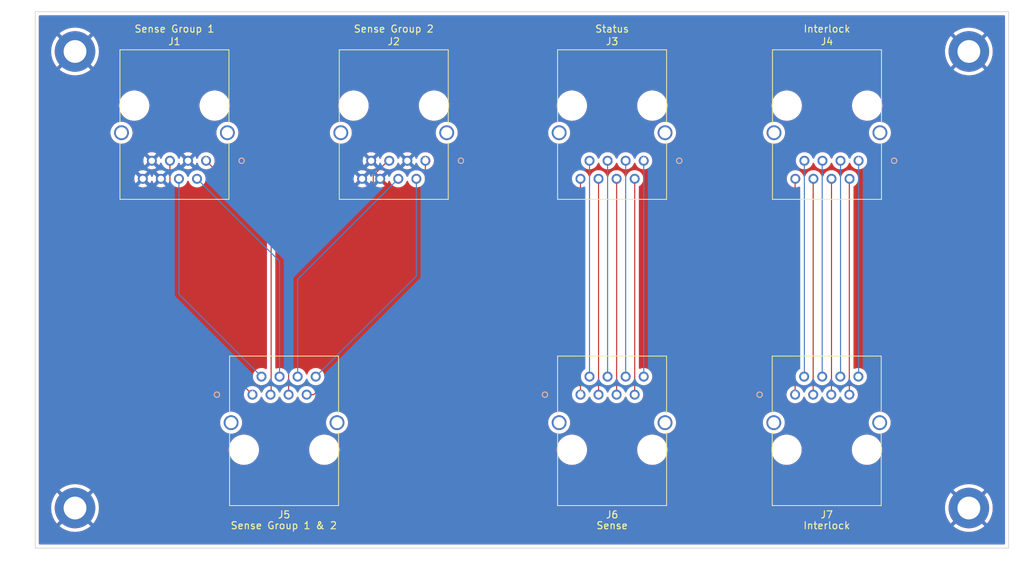
<source format=kicad_pcb>
(kicad_pcb (version 20210228) (generator pcbnew)
  (layers (0 "F.Cu" signal) (31 "B.Cu" signal) (34 "B.Paste" user) (35 "F.Paste" user) (36 "B.SilkS" user "B.Silkscreen") (37 "F.SilkS" user "F.Silkscreen") (38 "B.Mask" user) (39 "F.Mask" user) (44 "Edge.Cuts" user))
  (net 0 "")
  (net 1 "GND")
  (net 2 "Net-(J1-Pad5)")
  (net 3 "Net-(J1-Pad4)")
  (net 4 "Net-(J1-Pad2)")
  (net 5 "Net-(J1-Pad1)")
  (net 6 "Net-(J2-Pad5)")
  (net 7 "Net-(J2-Pad4)")
  (net 8 "Net-(J2-Pad2)")
  (net 9 "Net-(J2-Pad1)")
  (net 10 "Net-(J3-Pad8)")
  (net 11 "Net-(J3-Pad7)")
  (net 12 "Net-(J3-Pad6)")
  (net 13 "Net-(J3-Pad5)")
  (net 14 "Net-(J3-Pad4)")
  (net 15 "Net-(J3-Pad3)")
  (net 16 "Net-(J3-Pad2)")
  (net 17 "Net-(J3-Pad1)")
  (net 18 "Net-(J4-Pad8)")
  (net 19 "Net-(J4-Pad7)")
  (net 20 "Net-(J4-Pad6)")
  (net 21 "Net-(J4-Pad5)")
  (net 22 "Net-(J4-Pad4)")
  (net 23 "Net-(J4-Pad3)")
  (net 24 "Net-(J4-Pad2)")
  (net 25 "Net-(J4-Pad1)")
  (footprint "" (layer "F.Cu") (at 59.817 85.598)
    (fp_text reference "" (at 0 0) (layer "F.SilkS") (effects (font (size 1.27 1.27))))
    (fp_text value "" (at 0 0) (layer "F.SilkS") (effects (font (size 1.27 1.27))))
  )
  (footprint "" (layer "F.Cu") (at 60.6725 151.765)
    (fp_text reference "" (at 0 0) (layer "F.SilkS") (effects (font (size 1.27 1.27))))
    (fp_text value "" (at 0 0) (layer "F.SilkS") (effects (font (size 1.27 1.27))))
  )
  (footprint "MountingHole:MountingHole_3.2mm_M3_ISO7380_Pad" (layer "F.Cu") (at 172.085 152.908)
    (fp_text reference "REF**" hide)
    (fp_text value "MountingHole_3.2mm_M3_ISO7380_Pad" hide)
  )
  (footprint "Molex:44661-0021" (layer "F.Cu") (at 133.12885 103.124 180)
    (fp_text reference "J3" (at 4.445 16.764) (layer "F.SilkS"))
    (fp_text value "Status" (at 4.445 18.542) (layer "F.SilkS"))
    (fp_text user "*" (at 0 0) (layer "F.SilkS"))
    (fp_circle (center -4.9911 0) (end -4.6101 0) (layer "B.SilkS") (width 0.12) (fill none))
    (fp_line (start -3.2131 5.296721) (end -3.2131 15.604201) (layer "F.SilkS") (width 0.12))
    (fp_line (start 12.1031 -5.427) (end -3.2131 -5.427) (layer "F.SilkS") (width 0.12))
    (fp_line (start 12.1031 15.604201) (end 12.1031 5.296721) (layer "F.SilkS") (width 0.12))
    (fp_line (start -3.2131 -5.427) (end -3.2131 2.583278) (layer "F.SilkS") (width 0.12))
    (fp_line (start -3.2131 15.604201) (end 12.1031 15.604201) (layer "F.SilkS") (width 0.12))
    (fp_line (start 12.1031 2.583278) (end 12.1031 -5.427) (layer "F.SilkS") (width 0.12))
    (fp_circle (center -4.9911 0) (end -4.6101 0) (layer "F.SilkS") (width 0.12) (fill none))
    (pad "1" thru_hole circle (at 0 0 180) (size 1.397 1.397) (drill 0.889) (layers *.Cu *.Mask) (net 17 "Net-(J3-Pad1)"))
    (pad "2" thru_hole circle (at 1.27 -2.54 180) (size 1.397 1.397) (drill 0.889) (layers *.Cu *.Mask) (net 16 "Net-(J3-Pad2)"))
    (pad "3" thru_hole circle (at 2.54 0 180) (size 1.397 1.397) (drill 0.889) (layers *.Cu *.Mask) (net 15 "Net-(J3-Pad3)"))
    (pad "4" thru_hole circle (at 3.81 -2.54 180) (size 1.397 1.397) (drill 0.889) (layers *.Cu *.Mask) (net 14 "Net-(J3-Pad4)"))
    (pad "5" thru_hole circle (at 5.08 0 180) (size 1.397 1.397) (drill 0.889) (layers *.Cu *.Mask) (net 13 "Net-(J3-Pad5)"))
    (pad "6" thru_hole circle (at 6.35 -2.54 180) (size 1.397 1.397) (drill 0.889) (layers *.Cu *.Mask) (net 12 "Net-(J3-Pad6)"))
    (pad "7" thru_hole circle (at 7.62 0 180) (size 1.397 1.397) (drill 0.889) (layers *.Cu *.Mask) (net 11 "Net-(J3-Pad7)"))
    (pad "8" thru_hole circle (at 8.89 -2.54 180) (size 1.397 1.397) (drill 0.889) (layers *.Cu *.Mask) (net 10 "Net-(J3-Pad8)"))
    (pad "9" np_thru_hole circle (at -1.204999 7.75 180) (size 3.2512 3.2512) (drill 3.2512) (layers *.Cu *.Mask))
    (pad "10" np_thru_hole circle (at 10.094999 7.75 180) (size 3.2512 3.2512) (drill 3.2512) (layers *.Cu *.Mask))
    (pad "11" thru_hole circle (at -2.995 3.94 180) (size 2.0828 2.0828) (drill 1.5748) (layers *.Cu *.Mask))
    (pad "12" thru_hole circle (at 11.885 3.94 180) (size 2.0828 2.0828) (drill 1.5748) (layers *.Cu *.Mask))
  )
  (footprint "" (layer "F.Cu") (at 172.085 152.908)
    (fp_text reference "" (at 0 0) (layer "F.SilkS") (effects (font (size 1.27 1.27))))
    (fp_text value "" (at 0 0) (layer "F.SilkS") (effects (font (size 1.27 1.27))))
    (pad "" thru_hole circle (at 6.731 -0.9398) (size 5.7 5.7) (drill 3.2) (layers *.Cu *.Mask) (net 1 "GND"))
  )
  (footprint "MountingHole:MountingHole_3.2mm_M3_ISO7380_Pad" (layer "F.Cu") (at 172.466 87.757)
    (fp_text reference "REF**" hide)
    (fp_text value "MountingHole_3.2mm_M3_ISO7380_Pad" hide)
    (pad "" thru_hole circle (at 6.35 0) (size 5.7 5.7) (drill 3.2) (layers *.Cu *.Mask) (net 1 "GND"))
  )
  (footprint "Molex:44661-0021" (layer "F.Cu") (at 154.39915 136.024)
    (fp_text reference "J7" (at 4.445 16.884) (layer "F.SilkS"))
    (fp_text value "Interlock" (at 4.445 18.408) (layer "F.SilkS"))
    (fp_text user "*" (at 0 0) (layer "F.SilkS"))
    (fp_circle (center -4.9911 0) (end -4.6101 0) (layer "B.SilkS") (width 0.12) (fill none))
    (fp_line (start 12.1031 15.604201) (end 12.1031 5.296721) (layer "F.SilkS") (width 0.12))
    (fp_line (start -3.2131 -5.427) (end -3.2131 2.583278) (layer "F.SilkS") (width 0.12))
    (fp_line (start 12.1031 -5.427) (end -3.2131 -5.427) (layer "F.SilkS") (width 0.12))
    (fp_line (start 12.1031 2.583278) (end 12.1031 -5.427) (layer "F.SilkS") (width 0.12))
    (fp_line (start -3.2131 5.296721) (end -3.2131 15.604201) (layer "F.SilkS") (width 0.12))
    (fp_line (start -3.2131 15.604201) (end 12.1031 15.604201) (layer "F.SilkS") (width 0.12))
    (fp_circle (center -4.9911 0) (end -4.6101 0) (layer "F.SilkS") (width 0.12) (fill none))
    (pad "1" thru_hole circle (at 0 0) (size 1.397 1.397) (drill 0.889) (layers *.Cu *.Mask) (net 18 "Net-(J4-Pad8)"))
    (pad "2" thru_hole circle (at 1.27 -2.54) (size 1.397 1.397) (drill 0.889) (layers *.Cu *.Mask) (net 19 "Net-(J4-Pad7)"))
    (pad "3" thru_hole circle (at 2.54 0) (size 1.397 1.397) (drill 0.889) (layers *.Cu *.Mask) (net 20 "Net-(J4-Pad6)"))
    (pad "4" thru_hole circle (at 3.81 -2.54) (size 1.397 1.397) (drill 0.889) (layers *.Cu *.Mask) (net 21 "Net-(J4-Pad5)"))
    (pad "5" thru_hole circle (at 5.08 0) (size 1.397 1.397) (drill 0.889) (layers *.Cu *.Mask) (net 22 "Net-(J4-Pad4)"))
    (pad "6" thru_hole circle (at 6.35 -2.54) (size 1.397 1.397) (drill 0.889) (layers *.Cu *.Mask) (net 23 "Net-(J4-Pad3)"))
    (pad "7" thru_hole circle (at 7.62 0) (size 1.397 1.397) (drill 0.889) (layers *.Cu *.Mask) (net 24 "Net-(J4-Pad2)"))
    (pad "8" thru_hole circle (at 8.89 -2.54) (size 1.397 1.397) (drill 0.889) (layers *.Cu *.Mask) (net 25 "Net-(J4-Pad1)"))
    (pad "9" np_thru_hole circle (at -1.204999 7.75) (size 3.2512 3.2512) (drill 3.2512) (layers *.Cu *.Mask))
    (pad "10" np_thru_hole circle (at 10.094999 7.75) (size 3.2512 3.2512) (drill 3.2512) (layers *.Cu *.Mask))
    (pad "11" thru_hole circle (at -2.995 3.94) (size 2.0828 2.0828) (drill 1.5748) (layers *.Cu *.Mask))
    (pad "12" thru_hole circle (at 11.885 3.94) (size 2.0828 2.0828) (drill 1.5748) (layers *.Cu *.Mask))
  )
  (footprint "" (layer "F.Cu") (at 53.4335 152.146)
    (fp_text reference "" (at 0 0) (layer "F.SilkS") (effects (font (size 1.27 1.27))))
    (fp_text value "" (at 0 0) (layer "F.SilkS") (effects (font (size 1.27 1.27))))
    (pad "" thru_hole circle (at -0.2205 -0.1778) (size 5.7 5.7) (drill 3.2) (layers *.Cu *.Mask) (net 1 "GND"))
  )
  (footprint "MountingHole:MountingHole_3.2mm_M3" (layer "F.Cu") (at 174.371 85.598)
    (fp_text reference "REF**" hide)
    (fp_text value "MountingHole_3.2mm_M3")
  )
  (footprint "Molex:44661-0021" (layer "F.Cu") (at 78.146 136.024)
    (fp_text reference "J5" (at 4.445 16.884) (layer "F.SilkS"))
    (fp_text value "Sense Group 1 & 2" (at 4.404 18.408) (layer "F.SilkS"))
    (fp_text user "*" (at 0 0) (layer "F.SilkS"))
    (fp_circle (center -4.9911 0) (end -4.6101 0) (layer "B.SilkS") (width 0.12) (fill none))
    (fp_line (start 12.1031 2.583278) (end 12.1031 -5.427) (layer "F.SilkS") (width 0.12))
    (fp_line (start 12.1031 15.604201) (end 12.1031 5.296721) (layer "F.SilkS") (width 0.12))
    (fp_line (start -3.2131 15.604201) (end 12.1031 15.604201) (layer "F.SilkS") (width 0.12))
    (fp_line (start -3.2131 5.296721) (end -3.2131 15.604201) (layer "F.SilkS") (width 0.12))
    (fp_line (start -3.2131 -5.427) (end -3.2131 2.583278) (layer "F.SilkS") (width 0.12))
    (fp_line (start 12.1031 -5.427) (end -3.2131 -5.427) (layer "F.SilkS") (width 0.12))
    (fp_circle (center -4.9911 0) (end -4.6101 0) (layer "F.SilkS") (width 0.12) (fill none))
    (pad "1" thru_hole circle (at 0 0) (size 1.397 1.397) (drill 0.889) (layers *.Cu *.Mask) (net 2 "Net-(J1-Pad5)"))
    (pad "2" thru_hole circle (at 1.27 -2.54) (size 1.397 1.397) (drill 0.889) (layers *.Cu *.Mask) (net 3 "Net-(J1-Pad4)"))
    (pad "3" thru_hole circle (at 2.54 0) (size 1.397 1.397) (drill 0.889) (layers *.Cu *.Mask) (net 5 "Net-(J1-Pad1)"))
    (pad "4" thru_hole circle (at 3.81 -2.54) (size 1.397 1.397) (drill 0.889) (layers *.Cu *.Mask) (net 4 "Net-(J1-Pad2)"))
    (pad "5" thru_hole circle (at 5.08 0) (size 1.397 1.397) (drill 0.889) (layers *.Cu *.Mask) (net 6 "Net-(J2-Pad5)"))
    (pad "6" thru_hole circle (at 6.35 -2.54) (size 1.397 1.397) (drill 0.889) (layers *.Cu *.Mask) (net 7 "Net-(J2-Pad4)"))
    (pad "7" thru_hole circle (at 7.62 0) (size 1.397 1.397) (drill 0.889) (layers *.Cu *.Mask) (net 9 "Net-(J2-Pad1)"))
    (pad "8" thru_hole circle (at 8.89 -2.54) (size 1.397 1.397) (drill 0.889) (layers *.Cu *.Mask) (net 8 "Net-(J2-Pad2)"))
    (pad "9" np_thru_hole circle (at -1.204999 7.75) (size 3.2512 3.2512) (drill 3.2512) (layers *.Cu *.Mask))
    (pad "10" np_thru_hole circle (at 10.094999 7.75) (size 3.2512 3.2512) (drill 3.2512) (layers *.Cu *.Mask))
    (pad "11" thru_hole circle (at -2.995 3.94) (size 2.0828 2.0828) (drill 1.5748) (layers *.Cu *.Mask))
    (pad "12" thru_hole circle (at 11.885 3.94) (size 2.0828 2.0828) (drill 1.5748) (layers *.Cu *.Mask))
  )
  (footprint "Molex:44661-0021" (layer "F.Cu") (at 102.448 103.124 180)
    (fp_text reference "J2" (at 4.445 16.764) (layer "F.SilkS"))
    (fp_text value "Sense Group 2" (at 4.445 18.542) (layer "F.SilkS"))
    (fp_text user "*" (at 0 0) (layer "F.SilkS"))
    (fp_circle (center -4.9911 0) (end -4.6101 0) (layer "B.SilkS") (width 0.12) (fill none))
    (fp_line (start 12.1031 -5.427) (end -3.2131 -5.427) (layer "F.SilkS") (width 0.12))
    (fp_line (start -3.2131 5.296721) (end -3.2131 15.604201) (layer "F.SilkS") (width 0.12))
    (fp_line (start -3.2131 -5.427) (end -3.2131 2.583278) (layer "F.SilkS") (width 0.12))
    (fp_line (start 12.1031 15.604201) (end 12.1031 5.296721) (layer "F.SilkS") (width 0.12))
    (fp_line (start 12.1031 2.583278) (end 12.1031 -5.427) (layer "F.SilkS") (width 0.12))
    (fp_line (start -3.2131 15.604201) (end 12.1031 15.604201) (layer "F.SilkS") (width 0.12))
    (fp_circle (center -4.9911 0) (end -4.6101 0) (layer "F.SilkS") (width 0.12) (fill none))
    (pad "1" thru_hole circle (at 0 0 180) (size 1.397 1.397) (drill 0.889) (layers *.Cu *.Mask) (net 9 "Net-(J2-Pad1)"))
    (pad "2" thru_hole circle (at 1.27 -2.54 180) (size 1.397 1.397) (drill 0.889) (layers *.Cu *.Mask) (net 8 "Net-(J2-Pad2)"))
    (pad "3" thru_hole circle (at 2.54 0 180) (size 1.397 1.397) (drill 0.889) (layers *.Cu *.Mask) (net 1 "GND"))
    (pad "4" thru_hole circle (at 3.81 -2.54 180) (size 1.397 1.397) (drill 0.889) (layers *.Cu *.Mask) (net 7 "Net-(J2-Pad4)"))
    (pad "5" thru_hole circle (at 5.08 0 180) (size 1.397 1.397) (drill 0.889) (layers *.Cu *.Mask) (net 6 "Net-(J2-Pad5)"))
    (pad "6" thru_hole circle (at 6.35 -2.54 180) (size 1.397 1.397) (drill 0.889) (layers *.Cu *.Mask) (net 1 "GND"))
    (pad "7" thru_hole circle (at 7.62 0 180) (size 1.397 1.397) (drill 0.889) (layers *.Cu *.Mask) (net 1 "GND"))
    (pad "8" thru_hole circle (at 8.89 -2.54 180) (size 1.397 1.397) (drill 0.889) (layers *.Cu *.Mask) (net 1 "GND"))
    (pad "9" np_thru_hole circle (at -1.204999 7.75 180) (size 3.2512 3.2512) (drill 3.2512) (layers *.Cu *.Mask))
    (pad "10" np_thru_hole circle (at 10.094999 7.75 180) (size 3.2512 3.2512) (drill 3.2512) (layers *.Cu *.Mask))
    (pad "11" thru_hole circle (at -2.995 3.94 180) (size 2.0828 2.0828) (drill 1.5748) (layers *.Cu *.Mask))
    (pad "12" thru_hole circle (at 11.885 3.94 180) (size 2.0828 2.0828) (drill 1.5748) (layers *.Cu *.Mask))
  )
  (footprint "Molex:44661-0021" (layer "F.Cu") (at 163.322 103.124 180)
    (fp_text reference "J4" (at 4.445 16.764) (layer "F.SilkS"))
    (fp_text value "Interlock" (at 4.445 18.542) (layer "F.SilkS"))
    (fp_text user "*" (at 0 0) (layer "F.SilkS"))
    (fp_circle (center -4.9911 0) (end -4.6101 0) (layer "B.SilkS") (width 0.12) (fill none))
    (fp_line (start -3.2131 15.604201) (end 12.1031 15.604201) (layer "F.SilkS") (width 0.12))
    (fp_line (start -3.2131 -5.427) (end -3.2131 2.583278) (layer "F.SilkS") (width 0.12))
    (fp_line (start 12.1031 15.604201) (end 12.1031 5.296721) (layer "F.SilkS") (width 0.12))
    (fp_line (start -3.2131 5.296721) (end -3.2131 15.604201) (layer "F.SilkS") (width 0.12))
    (fp_line (start 12.1031 2.583278) (end 12.1031 -5.427) (layer "F.SilkS") (width 0.12))
    (fp_line (start 12.1031 -5.427) (end -3.2131 -5.427) (layer "F.SilkS") (width 0.12))
    (fp_circle (center -4.9911 0) (end -4.6101 0) (layer "F.SilkS") (width 0.12) (fill none))
    (pad "1" thru_hole circle (at 0 0 180) (size 1.397 1.397) (drill 0.889) (layers *.Cu *.Mask) (net 25 "Net-(J4-Pad1)"))
    (pad "2" thru_hole circle (at 1.27 -2.54 180) (size 1.397 1.397) (drill 0.889) (layers *.Cu *.Mask) (net 24 "Net-(J4-Pad2)"))
    (pad "3" thru_hole circle (at 2.54 0 180) (size 1.397 1.397) (drill 0.889) (layers *.Cu *.Mask) (net 23 "Net-(J4-Pad3)"))
    (pad "4" thru_hole circle (at 3.81 -2.54 180) (size 1.397 1.397) (drill 0.889) (layers *.Cu *.Mask) (net 22 "Net-(J4-Pad4)"))
    (pad "5" thru_hole circle (at 5.08 0 180) (size 1.397 1.397) (drill 0.889) (layers *.Cu *.Mask) (net 21 "Net-(J4-Pad5)"))
    (pad "6" thru_hole circle (at 6.35 -2.54 180) (size 1.397 1.397) (drill 0.889) (layers *.Cu *.Mask) (net 20 "Net-(J4-Pad6)"))
    (pad "7" thru_hole circle (at 7.62 0 180) (size 1.397 1.397) (drill 0.889) (layers *.Cu *.Mask) (net 19 "Net-(J4-Pad7)"))
    (pad "8" thru_hole circle (at 8.89 -2.54 180) (size 1.397 1.397) (drill 0.889) (layers *.Cu *.Mask) (net 18 "Net-(J4-Pad8)"))
    (pad "9" np_thru_hole circle (at -1.204999 7.75 180) (size 3.2512 3.2512) (drill 3.2512) (layers *.Cu *.Mask))
    (pad "10" np_thru_hole circle (at 10.094999 7.75 180) (size 3.2512 3.2512) (drill 3.2512) (layers *.Cu *.Mask))
    (pad "11" thru_hole circle (at -2.995 3.94 180) (size 2.0828 2.0828) (drill 1.5748) (layers *.Cu *.Mask))
    (pad "12" thru_hole circle (at 11.885 3.94 180) (size 2.0828 2.0828) (drill 1.5748) (layers *.Cu *.Mask))
  )
  (footprint "Molex:44661-0021" (layer "F.Cu") (at 124.23885 136.024)
    (fp_text reference "J6" (at 4.445 16.884) (layer "F.SilkS"))
    (fp_text value "Sense" (at 4.445 18.408) (layer "F.SilkS"))
    (fp_text user "*" (at 0 0) (layer "F.SilkS"))
    (fp_circle (center -4.9911 0) (end -4.6101 0) (layer "B.SilkS") (width 0.12) (fill none))
    (fp_line (start -3.2131 -5.427) (end -3.2131 2.583278) (layer "F.SilkS") (width 0.12))
    (fp_line (start 12.1031 15.604201) (end 12.1031 5.296721) (layer "F.SilkS") (width 0.12))
    (fp_line (start 12.1031 -5.427) (end -3.2131 -5.427) (layer "F.SilkS") (width 0.12))
    (fp_line (start -3.2131 15.604201) (end 12.1031 15.604201) (layer "F.SilkS") (width 0.12))
    (fp_line (start 12.1031 2.583278) (end 12.1031 -5.427) (layer "F.SilkS") (width 0.12))
    (fp_line (start -3.2131 5.296721) (end -3.2131 15.604201) (layer "F.SilkS") (width 0.12))
    (fp_circle (center -4.9911 0) (end -4.6101 0) (layer "F.SilkS") (width 0.12) (fill none))
    (pad "1" thru_hole circle (at 0 0) (size 1.397 1.397) (drill 0.889) (layers *.Cu *.Mask) (net 10 "Net-(J3-Pad8)"))
    (pad "2" thru_hole circle (at 1.27 -2.54) (size 1.397 1.397) (drill 0.889) (layers *.Cu *.Mask) (net 11 "Net-(J3-Pad7)"))
    (pad "3" thru_hole circle (at 2.54 0) (size 1.397 1.397) (drill 0.889) (layers *.Cu *.Mask) (net 12 "Net-(J3-Pad6)"))
    (pad "4" thru_hole circle (at 3.81 -2.54) (size 1.397 1.397) (drill 0.889) (layers *.Cu *.Mask) (net 13 "Net-(J3-Pad5)"))
    (pad "5" thru_hole circle (at 5.08 0) (size 1.397 1.397) (drill 0.889) (layers *.Cu *.Mask) (net 14 "Net-(J3-Pad4)"))
    (pad "6" thru_hole circle (at 6.35 -2.54) (size 1.397 1.397) (drill 0.889) (layers *.Cu *.Mask) (net 15 "Net-(J3-Pad3)"))
    (pad "7" thru_hole circle (at 7.62 0) (size 1.397 1.397) (drill 0.889) (layers *.Cu *.Mask) (net 16 "Net-(J3-Pad2)"))
    (pad "8" thru_hole circle (at 8.89 -2.54) (size 1.397 1.397) (drill 0.889) (layers *.Cu *.Mask) (net 17 "Net-(J3-Pad1)"))
    (pad "9" np_thru_hole circle (at -1.204999 7.75) (size 3.2512 3.2512) (drill 3.2512) (layers *.Cu *.Mask))
    (pad "10" np_thru_hole circle (at 10.094999 7.75) (size 3.2512 3.2512) (drill 3.2512) (layers *.Cu *.Mask))
    (pad "11" thru_hole circle (at -2.995 3.94) (size 2.0828 2.0828) (drill 1.5748) (layers *.Cu *.Mask))
    (pad "12" thru_hole circle (at 11.885 3.94) (size 2.0828 2.0828) (drill 1.5748) (layers *.Cu *.Mask))
  )
  (footprint "" (layer "F.Cu") (at 60.452 87.376)
    (fp_text reference "" (at 0 0) (layer "F.SilkS") (effects (font (size 1.27 1.27))))
    (fp_text value "" (at 0 0) (layer "F.SilkS") (effects (font (size 1.27 1.27))))
    (pad "" thru_hole circle (at -7.239 0.381) (size 5.7 5.7) (drill 3.2) (layers *.Cu *.Mask) (net 1 "GND"))
  )
  (footprint "Molex:44661-0021" (layer "F.Cu") (at 71.628 103.124 180)
    (fp_text reference "J1" (at 4.445 16.764) (layer "F.SilkS"))
    (fp_text value "Sense Group 1" (at 4.445 18.542) (layer "F.SilkS"))
    (fp_text user "*" (at 0 0) (layer "F.SilkS"))
    (fp_circle (center -4.9911 0) (end -4.6101 0) (layer "B.SilkS") (width 0.12) (fill none))
    (fp_line (start 12.1031 2.583278) (end 12.1031 -5.427) (layer "F.SilkS") (width 0.12))
    (fp_line (start 12.1031 -5.427) (end -3.2131 -5.427) (layer "F.SilkS") (width 0.12))
    (fp_line (start -3.2131 -5.427) (end -3.2131 2.583278) (layer "F.SilkS") (width 0.12))
    (fp_line (start -3.2131 5.296721) (end -3.2131 15.604201) (layer "F.SilkS") (width 0.12))
    (fp_line (start 12.1031 15.604201) (end 12.1031 5.296721) (layer "F.SilkS") (width 0.12))
    (fp_line (start -3.2131 15.604201) (end 12.1031 15.604201) (layer "F.SilkS") (width 0.12))
    (fp_circle (center -4.9911 0) (end -4.6101 0) (layer "F.SilkS") (width 0.12) (fill none))
    (pad "1" thru_hole circle (at 0 0 180) (size 1.397 1.397) (drill 0.889) (layers *.Cu *.Mask) (net 5 "Net-(J1-Pad1)"))
    (pad "2" thru_hole circle (at 1.27 -2.54 180) (size 1.397 1.397) (drill 0.889) (layers *.Cu *.Mask) (net 4 "Net-(J1-Pad2)"))
    (pad "3" thru_hole circle (at 2.54 0 180) (size 1.397 1.397) (drill 0.889) (layers *.Cu *.Mask) (net 1 "GND"))
    (pad "4" thru_hole circle (at 3.81 -2.54 180) (size 1.397 1.397) (drill 0.889) (layers *.Cu *.Mask) (net 3 "Net-(J1-Pad4)"))
    (pad "5" thru_hole circle (at 5.08 0 180) (size 1.397 1.397) (drill 0.889) (layers *.Cu *.Mask) (net 2 "Net-(J1-Pad5)"))
    (pad "6" thru_hole circle (at 6.35 -2.54 180) (size 1.397 1.397) (drill 0.889) (layers *.Cu *.Mask) (net 1 "GND"))
    (pad "7" thru_hole circle (at 7.62 0 180) (size 1.397 1.397) (drill 0.889) (layers *.Cu *.Mask) (net 1 "GND"))
    (pad "8" thru_hole circle (at 8.89 -2.54 180) (size 1.397 1.397) (drill 0.889) (layers *.Cu *.Mask) (net 1 "GND"))
    (pad "9" np_thru_hole circle (at -1.204999 7.75 180) (size 3.2512 3.2512) (drill 3.2512) (layers *.Cu *.Mask))
    (pad "10" np_thru_hole circle (at 10.094999 7.75 180) (size 3.2512 3.2512) (drill 3.2512) (layers *.Cu *.Mask))
    (pad "11" thru_hole circle (at -2.995 3.94 180) (size 2.0828 2.0828) (drill 1.5748) (layers *.Cu *.Mask))
    (pad "12" thru_hole circle (at 11.885 3.94 180) (size 2.0828 2.0828) (drill 1.5748) (layers *.Cu *.Mask))
  )
  (gr_line (start 179.451 96.774) (end 178.181 96.774) (layer "F.Cu") (width 0.2))
  (gr_line (start 178.181 96.774) (end 178.816 96.012) (layer "F.Cu") (width 0.2))
  (gr_line (start 179.3875 142.748) (end 178.7525 143.51) (layer "F.Cu") (width 0.2))
  (gr_line (start 178.816 96.012) (end 179.451 96.774) (layer "F.Cu") (width 0.2))
  (gr_line (start 178.7525 135.89) (end 178.7525 143.51) (layer "F.Cu") (width 0.2))
  (gr_line (start 178.7525 143.51) (end 178.1175 142.748) (layer "F.Cu") (width 0.2))
  (gr_line (start 178.1175 142.748) (end 179.3875 142.748) (layer "F.Cu") (width 0.2))
  (gr_line (start 178.816 103.632) (end 178.816 96.012) (layer "F.Cu") (width 0.2))
  (gr_rect (start 47.625 82.169) (end 184.404 157.607) (layer "Edge.Cuts") (width 0.1) (fill none))
  (gr_text "RB fanout board v1 \nH.S.KO" (at 179.959 118.872 90) (layer "F.Cu") (effects (font (size 1.5 1.5) (thickness 0.3))))
  (gr_text "OUT" (at 178.562 105.41) (layer "F.Cu") (effects (font (size 1.5 1.5) (thickness 0.3))))
  (gr_text "IN" (at 178.8795 134.493) (layer "F.Cu") (effects (font (size 1.5 1.5) (thickness 0.3))))
  (segment (start 78.146 136.024) (end 66.548 124.426) (width 0.1524) (layer "F.Cu") (net 2))
  (segment (start 66.548 124.426) (end 66.548 103.124) (width 0.1524) (layer "F.Cu") (net 2))
  (segment (start 67.818 121.886) (end 79.416 133.484) (width 0.1524) (layer "B.Cu") (net 3))
  (segment (start 67.818 105.664) (end 67.818 121.886) (width 0.1524) (layer "B.Cu") (net 3))
  (segment (start 81.956 117.262) (end 70.358 105.664) (width 0.1524) (layer "B.Cu") (net 4))
  (segment (start 81.956 133.484) (end 81.956 117.262) (width 0.1524) (layer "B.Cu") (net 4))
  (segment (start 80.686 136.024) (end 80.686 135.849) (width 0.1524) (layer "F.Cu") (net 5))
  (segment (start 80.772 112.268) (end 71.628 103.124) (width 0.1524) (layer "F.Cu") (net 5))
  (segment (start 80.772 135.763) (end 80.772 112.268) (width 0.1524) (layer "F.Cu") (net 5))
  (segment (start 80.686 135.849) (end 80.772 135.763) (width 0.1524) (layer "F.Cu") (net 5))
  (segment (start 97.195427 103.124) (end 97.368 103.124) (width 0.1524) (layer "F.Cu") (net 6))
  (segment (start 83.226 118.029151) (end 95.123289 106.131862) (width 0.1524) (layer "F.Cu") (net 6))
  (segment (start 95.123289 105.196138) (end 97.195427 103.124) (width 0.1524) (layer "F.Cu") (net 6))
  (segment (start 95.123289 106.131862) (end 95.123289 105.196138) (width 0.1524) (layer "F.Cu") (net 6))
  (segment (start 83.226 136.024) (end 83.226 118.029151) (width 0.1524) (layer "F.Cu") (net 6))
  (segment (start 84.496 133.484) (end 84.496 119.806) (width 0.1524) (layer "B.Cu") (net 7))
  (segment (start 84.496 119.806) (end 98.638 105.664) (width 0.1524) (layer "B.Cu") (net 7))
  (segment (start 101.178 119.342) (end 87.036 133.484) (width 0.1524) (layer "B.Cu") (net 8))
  (segment (start 101.178 105.664) (end 101.178 119.342) (width 0.1524) (layer "B.Cu") (net 8))
  (segment (start 102.448 120.329828) (end 102.448 103.124) (width 0.1524) (layer "F.Cu") (net 9))
  (segment (start 85.766 136.024) (end 86.753828 136.024) (width 0.1524) (layer "F.Cu") (net 9))
  (segment (start 86.753828 136.024) (end 102.448 120.329828) (width 0.1524) (layer "F.Cu") (net 9))
  (segment (start 124.23885 136.024) (end 124.23885 105.664) (width 0.1524) (layer "F.Cu") (net 10))
  (segment (start 125.50885 133.484) (end 125.50885 103.124) (width 0.1524) (layer "B.Cu") (net 11))
  (segment (start 126.77885 136.024) (end 126.77885 105.664) (width 0.1524) (layer "F.Cu") (net 12))
  (segment (start 128.04885 103.124) (end 128.04885 133.484) (width 0.1524) (layer "B.Cu") (net 13))
  (segment (start 129.31885 136.024) (end 129.31885 105.664) (width 0.1524) (layer "F.Cu") (net 14))
  (segment (start 130.58885 133.484) (end 130.58885 103.124) (width 0.1524) (layer "B.Cu") (net 15))
  (segment (start 131.85885 136.024) (end 131.85885 105.664) (width 0.1524) (layer "F.Cu") (net 16))
  (segment (start 133.12885 103.124) (end 133.12885 133.484) (width 0.1524) (layer "B.Cu") (net 17))
  (segment (start 154.39915 136.024) (end 154.39915 105.69685) (width 0.1524) (layer "F.Cu") (net 18))
  (segment (start 154.39915 105.69685) (end 154.432 105.664) (width 0.1524) (layer "F.Cu") (net 18))
  (segment (start 155.702 133.45115) (end 155.66915 133.484) (width 0.1524) (layer "B.Cu") (net 19))
  (segment (start 155.702 103.124) (end 155.702 133.45115) (width 0.1524) (layer "B.Cu") (net 19))
  (segment (start 156.93915 136.024) (end 156.93915 105.69685) (width 0.1524) (layer "F.Cu") (net 20))
  (segment (start 156.93915 105.69685) (end 156.972 105.664) (width 0.1524) (layer "F.Cu") (net 20))
  (segment (start 158.20915 103.15685) (end 158.242 103.124) (width 0.1524) (layer "B.Cu") (net 21))
  (segment (start 158.20915 133.484) (end 158.20915 103.15685) (width 0.1524) (layer "B.Cu") (net 21))
  (segment (start 159.512 135.99115) (end 159.47915 136.024) (width 0.1524) (layer "F.Cu") (net 22))
  (segment (start 159.512 105.664) (end 159.512 135.99115) (width 0.1524) (layer "F.Cu") (net 22))
  (segment (start 160.782 133.45115) (end 160.74915 133.484) (width 0.1524) (layer "B.Cu") (net 23))
  (segment (start 160.782 103.124) (end 160.782 133.45115) (width 0.1524) (layer "B.Cu") (net 23))
  (segment (start 162.01915 136.024) (end 162.01915 105.69685) (width 0.1524) (layer "F.Cu") (net 24))
  (segment (start 162.01915 105.69685) (end 162.052 105.664) (width 0.1524) (layer "F.Cu") (net 24))
  (segment (start 163.322 133.45115) (end 163.28915 133.484) (width 0.1524) (layer "B.Cu") (net 25))
  (segment (start 163.322 103.124) (end 163.322 133.45115) (width 0.1524) (layer "B.Cu") (net 25))
  (zone (net 1) (net_name "GND") (layers F&B.Cu) (connect_pads (clearance 0.508)) (min_thickness 0.254) (fill yes (thermal_gap 0.508) (thermal_bridge_width 0.508))
    (polygon (pts (xy 186.563 160.401) (xy 42.672 160.401) (xy 42.672 80.518) (xy 186.563 80.518)))
  )
)
</source>
